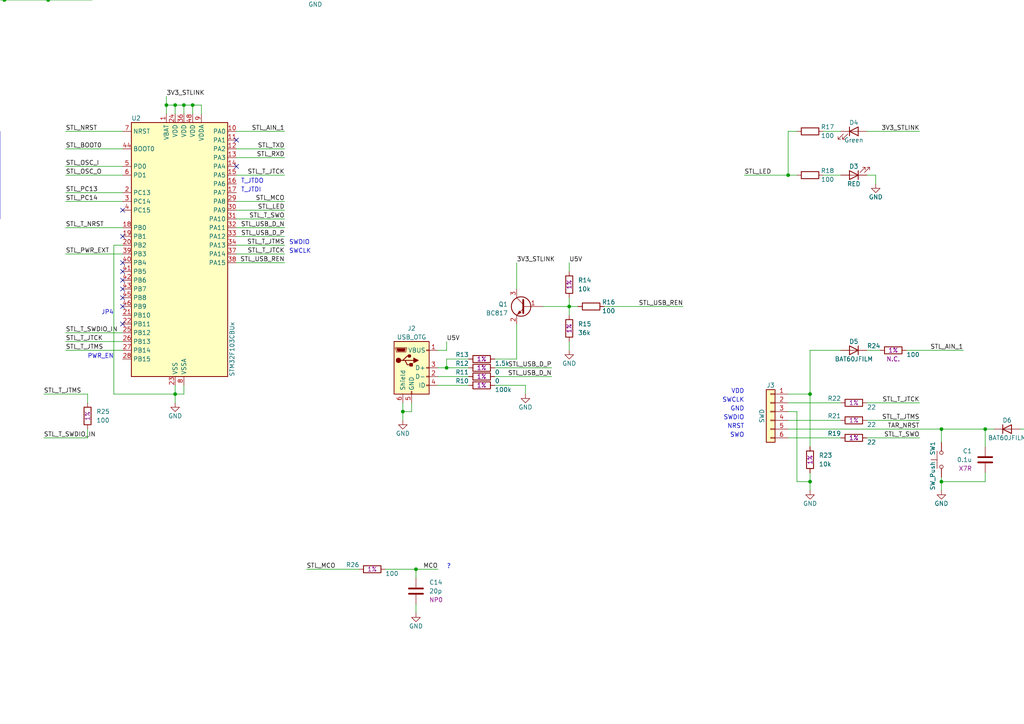
<source format=kicad_sch>
(kicad_sch (version 20230121) (generator eeschema)
  (paper "A4")
  (lib_symbols
    (symbol "Connector:USB_OTG" (pin_names (offset 1.016))
      (property "Reference" "J" (at -5.08 11.43 0))
      (property "Value" "USB_OTG" (at -5.08 8.89 0))
      (symbol "USB_OTG_0_1"
        (rectangle (start -5.08 -7.62) (end 5.08 7.62) (stroke (width 0.254)) (fill (type background)))
        (circle (center -3.81 2.159) (radius 0.635) (stroke (width 0.254)) (fill (type outline)))
        (circle (center -0.635 3.429) (radius 0.381) (stroke (width 0.254)) (fill (type outline)))
        (rectangle (start -0.127 -7.62) (end 0.127 -6.858))
        (polyline (pts (xy -1.905 2.159) (xy 0.635 2.159)) (stroke (width 0.254)))
        (polyline (pts (xy -3.175 2.159) (xy -2.54 2.159) (xy -1.27 3.429) (xy -0.635 3.429)) (stroke (width 0.254)))
        (polyline (pts (xy -2.54 2.159) (xy -1.905 2.159) (xy -1.27 0.889) (xy 0 0.889)) (stroke (width 0.254)))
        (polyline (pts (xy 0.635 2.794) (xy 0.635 1.524) (xy 1.905 2.159) (xy 0.635 2.794)) (stroke (width 0.254)) (fill (type outline)))
        (polyline (pts (xy -4.318 5.588) (xy -1.778 5.588) (xy -2.032 4.826) (xy -4.064 4.826) (xy -4.318 5.588)) (fill (type outline)))
        (polyline (pts (xy -4.699 5.842) (xy -4.699 5.588) (xy -4.445 4.826) (xy -4.445 4.572) (xy -1.651 4.572) (xy -1.651 4.826) (xy -1.397 5.588) (xy -1.397 5.842) (xy -4.699 5.842)))
        (rectangle (start 0.254 1.27) (end -0.508 0.508) (stroke (width 0.254)) (fill (type outline)))
        (rectangle (start 5.08 -5.207) (end 4.318 -4.953))
        (rectangle (start 5.08 -2.667) (end 4.318 -2.413))
        (rectangle (start 5.08 -0.127) (end 4.318 0.127))
        (rectangle (start 5.08 4.953) (end 4.318 5.207))
      )
      (symbol "USB_OTG_1_1"
        (pin passive line (at 7.62 5.08 180) (length 2.54) (name "VBUS") (number "1"))
        (pin bidirectional line (at 7.62 -2.54 180) (length 2.54) (name "D-") (number "2"))
        (pin bidirectional line (at 7.62 0 180) (length 2.54) (name "D+") (number "3"))
        (pin passive line (at 7.62 -5.08 180) (length 2.54) (name "ID") (number "4"))
        (pin passive line (at 0 -10.16 90) (length 2.54) (name "GND") (number "5"))
        (pin passive line (at -2.54 -10.16 90) (length 2.54) (name "Shield") (number "6"))
      )
    )
    (symbol "Connector_Generic:Conn_01x04" (pin_names (offset 1.016) hide)
      (property "Reference" "J" (at 0 5.08 0))
      (property "Value" "Conn_01x04" (at 0 -7.62 0))
      (symbol "Conn_01x04_1_1"
        (rectangle (start -1.27 -4.953) (end 0 -5.207) (stroke (width 0.1524)))
        (rectangle (start -1.27 -2.413) (end 0 -2.667) (stroke (width 0.1524)))
        (rectangle (start -1.27 0.127) (end 0 -0.127) (stroke (width 0.1524)))
        (rectangle (start -1.27 2.667) (end 0 2.413) (stroke (width 0.1524)))
        (rectangle (start -1.27 3.81) (end 1.27 -6.35) (stroke (width 0.254)) (fill (type background)))
        (pin passive line (at -5.08 2.54 0) (length 3.81) (name "Pin_1") (number "1"))
        (pin passive line (at -5.08 0 0) (length 3.81) (name "Pin_2") (number "2"))
        (pin passive line (at -5.08 -2.54 0) (length 3.81) (name "Pin_3") (number "3"))
        (pin passive line (at -5.08 -5.08 0) (length 3.81) (name "Pin_4") (number "4"))
      )
    )
    (symbol "Connector_Generic:Conn_01x06" (pin_names (offset 1.016) hide)
      (property "Reference" "J" (at 0 7.62 0))
      (property "Value" "Conn_01x06" (at 0 -10.16 0))
      (symbol "Conn_01x06_1_1"
        (rectangle (start -1.27 -7.493) (end 0 -7.747) (stroke (width 0.1524)))
        (rectangle (start -1.27 -4.953) (end 0 -5.207) (stroke (width 0.1524)))
        (rectangle (start -1.27 -2.413) (end 0 -2.667) (stroke (width 0.1524)))
        (rectangle (start -1.27 0.127) (end 0 -0.127) (stroke (width 0.1524)))
        (rectangle (start -1.27 2.667) (end 0 2.413) (stroke (width 0.1524)))
        (rectangle (start -1.27 5.207) (end 0 4.953) (stroke (width 0.1524)))
        (rectangle (start -1.27 6.35) (end 1.27 -8.89) (stroke (width 0.254)) (fill (type background)))
        (pin passive line (at -5.08 5.08 0) (length 3.81) (name "Pin_1") (number "1"))
        (pin passive line (at -5.08 2.54 0) (length 3.81) (name "Pin_2") (number "2"))
        (pin passive line (at -5.08 0 0) (length 3.81) (name "Pin_3") (number "3"))
        (pin passive line (at -5.08 -2.54 0) (length 3.81) (name "Pin_4") (number "4"))
        (pin passive line (at -5.08 -5.08 0) (length 3.81) (name "Pin_5") (number "5"))
        (pin passive line (at -5.08 -7.62 0) (length 3.81) (name "Pin_6") (number "6"))
      )
    )
    (symbol "Device:C" (pin_numbers hide) (pin_names (offset 0.254))
      (property "Reference" "C" (at 0.635 2.54 0))
      (property "Value" "C" (at 0.635 -2.54 0))
      (symbol "C_0_1"
        (polyline (pts (xy -2.032 -0.762) (xy 2.032 -0.762)) (stroke (width 0.508)))
        (polyline (pts (xy -2.032 0.762) (xy 2.032 0.762)) (stroke (width 0.508)))
      )
      (symbol "C_1_1"
        (pin passive line (at 0 3.81 270) (length 2.794) (name "~") (number "1"))
        (pin passive line (at 0 -3.81 90) (length 2.794) (name "~") (number "2"))
      )
    )
    (symbol "Device:Crystal_GND24" (pin_names (offset 1.016) hide)
      (property "Reference" "Y" (at 3.175 5.08 0))
      (property "Value" "Crystal_GND24" (at 3.175 3.175 0))
      (symbol "Crystal_GND24_0_1"
        (rectangle (start -1.143 2.54) (end 1.143 -2.54) (stroke (width 0.3048)))
        (polyline (pts (xy -2.54 0) (xy -2.032 0)))
        (polyline (pts (xy -2.032 -1.27) (xy -2.032 1.27)) (stroke (width 0.508)))
        (polyline (pts (xy 0 -3.81) (xy 0 -3.556)))
        (polyline (pts (xy 0 3.556) (xy 0 3.81)))
        (polyline (pts (xy 2.032 -1.27) (xy 2.032 1.27)) (stroke (width 0.508)))
        (polyline (pts (xy 2.032 0) (xy 2.54 0)))
        (polyline (pts (xy -2.54 -2.286) (xy -2.54 -3.556) (xy 2.54 -3.556) (xy 2.54 -2.286)))
        (polyline (pts (xy -2.54 2.286) (xy -2.54 3.556) (xy 2.54 3.556) (xy 2.54 2.286)))
      )
      (symbol "Crystal_GND24_1_1"
        (pin passive line (at -3.81 0 0) (length 1.27) (name "1") (number "1"))
        (pin passive line (at 0 5.08 270) (length 1.27) (name "2") (number "2"))
        (pin passive line (at 3.81 0 180) (length 1.27) (name "3") (number "3"))
        (pin passive line (at 0 -5.08 90) (length 1.27) (name "4") (number "4"))
      )
    )
    (symbol "Device:D" (pin_numbers hide) (pin_names (offset 1.016) hide)
      (property "Reference" "D" (at 0 2.54 0))
      (property "Value" "D" (at 0 -2.54 0))
      (symbol "D_0_1"
        (polyline (pts (xy -1.27 1.27) (xy -1.27 -1.27)) (stroke (width 0.254)))
        (polyline (pts (xy 1.27 0) (xy -1.27 0)))
        (polyline (pts (xy 1.27 1.27) (xy 1.27 -1.27) (xy -1.27 0) (xy 1.27 1.27)) (stroke (width 0.254)))
      )
      (symbol "D_1_1"
        (pin passive line (at -3.81 0 0) (length 2.54) (name "K") (number "1"))
        (pin passive line (at 3.81 0 180) (length 2.54) (name "A") (number "2"))
      )
    )
    (symbol "Device:LED" (pin_numbers hide) (pin_names (offset 1.016) hide)
      (property "Reference" "D" (at 0 2.54 0))
      (property "Value" "LED" (at 0 -2.54 0))
      (symbol "LED_0_1"
        (polyline (pts (xy -1.27 -1.27) (xy -1.27 1.27)) (stroke (width 0.254)))
        (polyline (pts (xy -1.27 0) (xy 1.27 0)))
        (polyline (pts (xy 1.27 -1.27) (xy 1.27 1.27) (xy -1.27 0) (xy 1.27 -1.27)) (stroke (width 0.254)))
        (polyline (pts (xy -3.048 -0.762) (xy -4.572 -2.286) (xy -3.81 -2.286) (xy -4.572 -2.286) (xy -4.572 -1.524)))
        (polyline (pts (xy -1.778 -0.762) (xy -3.302 -2.286) (xy -2.54 -2.286) (xy -3.302 -2.286) (xy -3.302 -1.524)))
      )
      (symbol "LED_1_1"
        (pin passive line (at -3.81 0 0) (length 2.54) (name "K") (number "1"))
        (pin passive line (at 3.81 0 180) (length 2.54) (name "A") (number "2"))
      )
    )
    (symbol "Device:R" (pin_numbers hide) (pin_names (offset 0))
      (property "Reference" "R" (at 2.032 0 90))
      (property "Value" "R" (at 0 0 90))
      (symbol "R_0_1"
        (rectangle (start -1.016 -2.54) (end 1.016 2.54) (stroke (width 0.254)))
      )
      (symbol "R_1_1"
        (pin passive line (at 0 3.81 270) (length 1.27) (name "~") (number "1"))
        (pin passive line (at 0 -3.81 90) (length 1.27) (name "~") (number "2"))
      )
    )
    (symbol "MCU_ST_STM32F1:STM32F103CBUx"
      (property "Reference" "U" (at -12.7 39.37 0))
      (property "Value" "STM32F103CBUx" (at 10.16 39.37 0))
      (symbol "STM32F103CBUx_0_1"
        (rectangle (start -12.7 -35.56) (end 15.24 38.1) (stroke (width 0.254)) (fill (type background)))
      )
      (symbol "STM32F103CBUx_1_1"
        (pin power_in line (at -2.54 40.64 270) (length 2.54) (name "VBAT") (number "1"))
        (pin bidirectional line (at 17.78 35.56 180) (length 2.54) (name "PA0") (number "10"))
        (pin bidirectional line (at 17.78 33.02 180) (length 2.54) (name "PA1") (number "11"))
        (pin bidirectional line (at 17.78 30.48 180) (length 2.54) (name "PA2") (number "12"))
        (pin bidirectional line (at 17.78 27.94 180) (length 2.54) (name "PA3") (number "13"))
        (pin bidirectional line (at 17.78 25.4 180) (length 2.54) (name "PA4") (number "14"))
        (pin bidirectional line (at 17.78 22.86 180) (length 2.54) (name "PA5") (number "15"))
        (pin bidirectional line (at 17.78 20.32 180) (length 2.54) (name "PA6") (number "16"))
        (pin bidirectional line (at 17.78 17.78 180) (length 2.54) (name "PA7") (number "17"))
        (pin bidirectional line (at -15.24 7.62 0) (length 2.54) (name "PB0") (number "18"))
        (pin bidirectional line (at -15.24 5.08 0) (length 2.54) (name "PB1") (number "19"))
        (pin bidirectional line (at -15.24 17.78 0) (length 2.54) (name "PC13") (number "2"))
        (pin bidirectional line (at -15.24 2.54 0) (length 2.54) (name "PB2") (number "20"))
        (pin bidirectional line (at -15.24 -17.78 0) (length 2.54) (name "PB10") (number "21"))
        (pin bidirectional line (at -15.24 -20.32 0) (length 2.54) (name "PB11") (number "22"))
        (pin power_in line (at 0 -38.1 90) (length 2.54) (name "VSS") (number "23"))
        (pin power_in line (at 0 40.64 270) (length 2.54) (name "VDD") (number "24"))
        (pin bidirectional line (at -15.24 -22.86 0) (length 2.54) (name "PB12") (number "25"))
        (pin bidirectional line (at -15.24 -25.4 0) (length 2.54) (name "PB13") (number "26"))
        (pin bidirectional line (at -15.24 -27.94 0) (length 2.54) (name "PB14") (number "27"))
        (pin bidirectional line (at -15.24 -30.48 0) (length 2.54) (name "PB15") (number "28"))
        (pin bidirectional line (at 17.78 15.24 180) (length 2.54) (name "PA8") (number "29"))
        (pin bidirectional line (at -15.24 15.24 0) (length 2.54) (name "PC14") (number "3"))
        (pin bidirectional line (at 17.78 12.7 180) (length 2.54) (name "PA9") (number "30"))
        (pin bidirectional line (at 17.78 10.16 180) (length 2.54) (name "PA10") (number "31"))
        (pin bidirectional line (at 17.78 7.62 180) (length 2.54) (name "PA11") (number "32"))
        (pin bidirectional line (at 17.78 5.08 180) (length 2.54) (name "PA12") (number "33"))
        (pin bidirectional line (at 17.78 2.54 180) (length 2.54) (name "PA13") (number "34"))
        (pin passive line (at 0 -38.1 90) (length 2.54) hide (name "VSS") (number "35"))
        (pin power_in line (at 2.54 40.64 270) (length 2.54) (name "VDD") (number "36"))
        (pin bidirectional line (at 17.78 0 180) (length 2.54) (name "PA14") (number "37"))
        (pin bidirectional line (at 17.78 -2.54 180) (length 2.54) (name "PA15") (number "38"))
        (pin bidirectional line (at -15.24 0 0) (length 2.54) (name "PB3") (number "39"))
        (pin bidirectional line (at -15.24 12.7 0) (length 2.54) (name "PC15") (number "4"))
        (pin bidirectional line (at -15.24 -2.54 0) (length 2.54) (name "PB4") (number "40"))
        (pin bidirectional line (at -15.24 -5.08 0) (length 2.54) (name "PB5") (number "41"))
        (pin bidirectional line (at -15.24 -7.62 0) (length 2.54) (name "PB6") (number "42"))
        (pin bidirectional line (at -15.24 -10.16 0) (length 2.54) (name "PB7") (number "43"))
        (pin input line (at -15.24 30.48 0) (length 2.54) (name "BOOT0") (number "44"))
        (pin bidirectional line (at -15.24 -12.7 0) (length 2.54) (name "PB8") (number "45"))
        (pin bidirectional line (at -15.24 -15.24 0) (length 2.54) (name "PB9") (number "46"))
        (pin passive line (at 0 -38.1 90) (length 2.54) hide (name "VSS") (number "47"))
        (pin power_in line (at 5.08 40.64 270) (length 2.54) (name "VDD") (number "48"))
        (pin passive line (at 0 -38.1 90) (length 2.54) hide (name "VSS") (number "49"))
        (pin bidirectional line (at -15.24 25.4 0) (length 2.54) (name "PD0") (number "5"))
        (pin bidirectional line (at -15.24 22.86 0) (length 2.54) (name "PD1") (number "6"))
        (pin input line (at -15.24 35.56 0) (length 2.54) (name "NRST") (number "7"))
        (pin power_in line (at 2.54 -38.1 90) (length 2.54) (name "VSSA") (number "8"))
        (pin power_in line (at 7.62 40.64 270) (length 2.54) (name "VDDA") (number "9"))
      )
    )
    (symbol "Regulator_Linear:LD3985M33R_SOT23" (pin_names (offset 0.254))
      (property "Reference" "U" (at -3.81 5.715 0))
      (property "Value" "LD3985M33R_SOT23" (at 0 5.715 0))
      (symbol "LD3985M33R_SOT23_0_1"
        (rectangle (start -5.08 4.445) (end 5.08 -5.08) (stroke (width 0.254)) (fill (type background)))
      )
      (symbol "LD3985M33R_SOT23_1_1"
        (pin power_in line (at -7.62 2.54 0) (length 2.54) (name "VIN") (number "1"))
        (pin power_in line (at 0 -7.62 90) (length 2.54) (name "GND") (number "2"))
        (pin input line (at -7.62 0 0) (length 2.54) (name "INH") (number "3"))
        (pin input line (at 7.62 0 180) (length 2.54) (name "BYP") (number "4"))
        (pin power_out line (at 7.62 2.54 180) (length 2.54) (name "VOUT") (number "5"))
      )
    )
    (symbol "Switch:SW_Push" (pin_numbers hide) (pin_names (offset 1.016) hide)
      (property "Reference" "SW" (at 1.27 2.54 0))
      (property "Value" "SW_Push" (at 0 -1.524 0))
      (symbol "SW_Push_0_1"
        (circle (center -2.032 0) (radius 0.508))
        (polyline (pts (xy 0 1.27) (xy 0 3.048)))
        (polyline (pts (xy 2.54 1.27) (xy -2.54 1.27)))
        (circle (center 2.032 0) (radius 0.508))
        (pin passive line (at -5.08 0 0) (length 2.54) (name "1") (number "1"))
        (pin passive line (at 5.08 0 180) (length 2.54) (name "2") (number "2"))
      )
    )
    (symbol "Transistor_BJT:BC817" (pin_names (offset 0) hide)
      (property "Reference" "Q" (at 5.08 1.905 0))
      (property "Value" "BC817" (at 5.08 0 0))
      (symbol "BC817_0_1"
        (polyline (pts (xy 0.635 0.635) (xy 2.54 2.54)))
        (polyline (pts (xy 0.635 -0.635) (xy 2.54 -2.54) (xy 2.54 -2.54)))
        (polyline (pts (xy 0.635 1.905) (xy 0.635 -1.905) (xy 0.635 -1.905)) (stroke (width 0.508)))
        (polyline (pts (xy 1.27 -1.778) (xy 1.778 -1.27) (xy 2.286 -2.286) (xy 1.27 -1.778) (xy 1.27 -1.778)) (fill (type outline)))
        (circle (center 1.27 0) (radius 2.8194) (stroke (width 0.254)))
      )
      (symbol "BC817_1_1"
        (pin input line (at -5.08 0 0) (length 5.715) (name "B") (number "1"))
        (pin passive line (at 2.54 -5.08 90) (length 2.54) (name "E") (number "2"))
        (pin passive line (at 2.54 5.08 270) (length 2.54) (name "C") (number "3"))
      )
    )
    (symbol "power:+3.3V" (power) (pin_names (offset 0))
      (property "Value" "+3.3V" (at 0 3.556 0))
      (symbol "+3.3V_0_1"
        (polyline (pts (xy -0.762 1.27) (xy 0 2.54)))
        (polyline (pts (xy 0 0) (xy 0 2.54)))
        (polyline (pts (xy 0 2.54) (xy 0.762 1.27)))
      )
      (symbol "+3.3V_1_1"
        (pin power_in line (at 0 0 90) (length 0) hide (name "+3.3V") (number "1"))
      )
    )
    (symbol "power:+5V" (power) (pin_names (offset 0))
      (property "Value" "+5V" (at 0 3.556 0))
      (symbol "+5V_0_1"
        (polyline (pts (xy -0.762 1.27) (xy 0 2.54)))
        (polyline (pts (xy 0 0) (xy 0 2.54)))
        (polyline (pts (xy 0 2.54) (xy 0.762 1.27)))
      )
      (symbol "+5V_1_1"
        (pin power_in line (at 0 0 90) (length 0) hide (name "+5V") (number "1"))
      )
    )
    (symbol "power:GND" (power) (pin_names (offset 0))
      (property "Value" "GND" (at 0 -3.81 0))
      (symbol "GND_0_1"
        (polyline (pts (xy 0 0) (xy 0 -1.27) (xy 1.27 -1.27) (xy 0 -2.54) (xy -1.27 -1.27) (xy 0 -1.27)))
      )
      (symbol "GND_1_1"
        (pin power_in line (at 0 0 270) (length 0) hide (name "GND") (number "1"))
      )
    )
  )
  (junction (at 228.6 50.8))
  (junction (at 234.95 114.3))
  (junction (at 245.11 -24.13))
  (junction (at 48.26 30.48))
  (junction (at 1.27 0))
  (junction (at -50.8 139.7))
  (junction (at 232.41 -24.13))
  (junction (at 165.1 88.9))
  (junction (at 213.36 -11.43))
  (junction (at 53.34 30.48))
  (junction (at 120.65 165.1))
  (junction (at -19.05 101.6))
  (junction (at 1.27 -12.7))
  (junction (at 273.05 139.7))
  (junction (at 273.05 124.46))
  (junction (at -19.05 93.98))
  (junction (at 13.97 0))
  (junction (at -25.4 139.7))
  (junction (at 232.41 -11.43))
  (junction (at 116.84 119.38))
  (junction (at 50.8 114.3))
  (junction (at -114.3 139.7))
  (junction (at 223.52 -11.43))
  (junction (at 55.88 30.48))
  (junction (at -11.43 0))
  (junction (at 203.2 -24.13))
  (junction (at 13.97 -12.7))
  (junction (at 194.31 -11.43))
  (junction (at 234.95 139.7))
  (junction (at 181.61 -24.13))
  (junction (at 285.75 124.46))
  (junction (at -12.7 88.9))
  (junction (at -25.4 88.9))
  (junction (at 194.31 -24.13))
  (junction (at 129.54 106.68))
  (junction (at -31.75 52.07))
  (junction (at 50.8 30.48))
  (no_connect (at 35.56 83.82))
  (no_connect (at 68.58 40.64))
  (no_connect (at 35.56 78.74))
  (no_connect (at 35.56 76.2))
  (no_connect (at 35.56 86.36))
  (no_connect (at 35.56 81.28))
  (no_connect (at 35.56 88.9))
  (no_connect (at 35.56 93.98))
  (no_connect (at 35.56 60.96))
  (no_connect (at 68.58 48.26))
  (no_connect (at 35.56 68.58))
  (wire (pts (xy 194.31 -24.13) (xy 203.2 -24.13)))
  (wire (pts (xy -38.1 139.7) (xy -25.4 139.7)))
  (wire (pts (xy -25.4 99.06) (xy -25.4 101.6)))
  (wire (pts (xy 68.58 71.12) (xy 82.55 71.12)))
  (wire (pts (xy 194.31 -11.43) (xy 181.61 -11.43)))
  (wire (pts (xy 245.11 -21.59) (xy 245.11 -24.13)))
  (wire (pts (xy 19.05 101.6) (xy 35.56 101.6)))
  (wire (pts (xy 111.76 165.1) (xy 120.65 165.1)))
  (wire (pts (xy -25.4 88.9) (xy -25.4 82.55)))
  (wire (pts (xy 26.67 0) (xy 13.97 0)))
  (wire (pts (xy 13.97 -12.7) (xy 26.67 -12.7)))
  (wire (pts (xy 213.36 -13.97) (xy 213.36 -11.43)))
  (wire (pts (xy -50.8 127) (xy -50.8 129.54)))
  (wire (pts (xy 116.84 116.84) (xy 116.84 119.38)))
  (wire (pts (xy 19.05 99.06) (xy 35.56 99.06)))
  (wire (pts (xy 181.61 -24.13) (xy 181.61 -21.59)))
  (wire (pts (xy -63.5 139.7) (xy -50.8 139.7)))
  (wire (pts (xy 232.41 -11.43) (xy 223.52 -11.43)))
  (wire (pts (xy 50.8 30.48) (xy 53.34 30.48)))
  (wire (pts (xy 13.97 -12.7) (xy 13.97 -10.16)))
  (wire (pts (xy 127 106.68) (xy 129.54 106.68)))
  (wire (pts (xy 88.9 -12.7) (xy 91.44 -12.7)))
  (wire (pts (xy -11.43 -12.7) (xy 1.27 -12.7)))
  (wire (pts (xy 181.61 -24.13) (xy 194.31 -24.13)))
  (wire (pts (xy 223.52 -11.43) (xy 213.36 -11.43)))
  (wire (pts (xy -25.4 101.6) (xy -19.05 101.6)))
  (wire (pts (xy -21.59 52.07) (xy -6.35 52.07)))
  (wire (pts (xy 234.95 114.3) (xy 228.6 114.3)))
  (wire (pts (xy 88.9 165.1) (xy 104.14 165.1)))
  (wire (pts (xy 19.05 48.26) (xy 35.56 48.26)))
  (wire (pts (xy -11.43 -2.54) (xy -11.43 0)))
  (wire (pts (xy -12.7 99.06) (xy -12.7 101.6)))
  (wire (pts (xy 213.36 -11.43) (xy 213.36 -8.89)))
  (wire (pts (xy 19.05 55.88) (xy 35.56 55.88)))
  (wire (pts (xy 165.1 88.9) (xy 165.1 91.44)))
  (wire (pts (xy 228.6 121.92) (xy 243.84 121.92)))
  (wire (pts (xy 285.75 139.7) (xy 273.05 139.7)))
  (wire (pts (xy 149.86 104.14) (xy 143.51 104.14)))
  (wire (pts (xy 285.75 124.46) (xy 288.29 124.46)))
  (wire (pts (xy 19.05 73.66) (xy 35.56 73.66)))
  (wire (pts (xy 254 50.8) (xy 254 53.34)))
  (wire (pts (xy -114.3 127) (xy -114.3 129.54)))
  (wire (pts (xy 88.9 -10.16) (xy 101.6 -10.16)))
  (wire (pts (xy 251.46 116.84) (xy 266.7 116.84)))
  (wire (pts (xy -12.7 88.9) (xy -15.24 88.9)))
  (wire (pts (xy 19.05 96.52) (xy 35.56 96.52)))
  (wire (pts (xy 285.75 137.16) (xy 285.75 139.7)))
  (wire (pts (xy -19.05 101.6) (xy -12.7 101.6)))
  (wire (pts (xy 232.41 -13.97) (xy 232.41 -11.43)))
  (wire (pts (xy 19.05 58.42) (xy 35.56 58.42)))
  (wire (pts (xy 119.38 116.84) (xy 119.38 119.38)))
  (wire (pts (xy 273.05 124.46) (xy 285.75 124.46)))
  (wire (pts (xy 220.98 -21.59) (xy 223.52 -21.59)))
  (wire (pts (xy 35.56 71.12) (xy 33.02 71.12)))
  (wire (pts (xy 68.58 58.42) (xy 82.55 58.42)))
  (wire (pts (xy 88.9 -5.08) (xy 91.44 -5.08)))
  (wire (pts (xy 68.58 43.18) (xy 82.55 43.18)))
  (wire (pts (xy 33.02 71.12) (xy 33.02 114.3)))
  (wire (pts (xy 273.05 139.7) (xy 273.05 138.43)))
  (wire (pts (xy 181.61 -11.43) (xy 181.61 -13.97)))
  (wire (pts (xy 68.58 63.5) (xy 82.55 63.5)))
  (wire (pts (xy 1.27 -12.7) (xy 1.27 -10.16)))
  (wire (pts (xy 19.05 43.18) (xy 35.56 43.18)))
  (wire (pts (xy 234.95 137.16) (xy 234.95 139.7)))
  (wire (pts (xy -76.2 127) (xy -76.2 129.54)))
  (wire (pts (xy -11.43 -10.16) (xy -11.43 -12.7)))
  (wire (pts (xy 19.05 50.8) (xy 35.56 50.8)))
  (wire (pts (xy 234.95 139.7) (xy 231.14 139.7)))
  (wire (pts (xy 238.76 50.8) (xy 243.84 50.8)))
  (wire (pts (xy 149.86 76.2) (xy 149.86 83.82)))
  (wire (pts (xy -38.1 82.55) (xy -25.4 82.55)))
  (wire (pts (xy 165.1 99.06) (xy 165.1 101.6)))
  (wire (pts (xy -19.05 101.6) (xy -19.05 104.14)))
  (wire (pts (xy 295.91 124.46) (xy 300.99 124.46)))
  (wire (pts (xy 26.67 -12.7) (xy 26.67 -10.16)))
  (wire (pts (xy 245.11 -24.13) (xy 257.81 -24.13)))
  (wire (pts (xy -31.75 45.72) (xy -31.75 52.07)))
  (wire (pts (xy 273.05 128.27) (xy 273.05 124.46)))
  (wire (pts (xy 251.46 50.8) (xy 254 50.8)))
  (wire (pts (xy -114.3 137.16) (xy -114.3 139.7)))
  (wire (pts (xy 129.54 104.14) (xy 129.54 106.68)))
  (wire (pts (xy -114.3 149.86) (xy -114.3 152.4)))
  (wire (pts (xy -12.7 88.9) (xy -12.7 76.2)))
  (wire (pts (xy 165.1 76.2) (xy 165.1 78.74)))
  (wire (pts (xy 251.46 127) (xy 266.7 127)))
  (wire (pts (xy 120.65 165.1) (xy 127 165.1)))
  (wire (pts (xy 12.7 127) (xy 25.4 127)))
  (wire (pts (xy 165.1 88.9) (xy 167.64 88.9)))
  (wire (pts (xy 19.05 38.1) (xy 35.56 38.1)))
  (wire (pts (xy -25.4 127) (xy -25.4 129.54)))
  (wire (pts (xy -25.4 149.86) (xy -25.4 152.4)))
  (wire (pts (xy 48.26 30.48) (xy 48.26 33.02)))
  (wire (pts (xy 48.26 27.94) (xy 48.26 30.48)))
  (wire (pts (xy -38.1 76.2) (xy -12.7 76.2)))
  (wire (pts (xy 238.76 38.1) (xy 243.84 38.1)))
  (wire (pts (xy 68.58 66.04) (xy 82.55 66.04)))
  (wire (pts (xy 251.46 121.92) (xy 266.7 121.92)))
  (wire (pts (xy 120.65 175.26) (xy 120.65 177.8)))
  (wire (pts (xy 1.27 -2.54) (xy 1.27 0)))
  (wire (pts (xy -88.9 127) (xy -76.2 127)))
  (wire (pts (xy 119.38 119.38) (xy 116.84 119.38)))
  (wire (pts (xy 194.31 -21.59) (xy 194.31 -24.13)))
  (wire (pts (xy 181.61 -24.13) (xy 179.07 -24.13)))
  (wire (pts (xy 53.34 30.48) (xy 53.34 33.02)))
  (wire (pts (xy 215.9 50.8) (xy 228.6 50.8)))
  (wire (pts (xy 223.52 -13.97) (xy 223.52 -11.43)))
  (wire (pts (xy 228.6 116.84) (xy 243.84 116.84)))
  (wire (pts (xy 25.4 114.3) (xy 12.7 114.3)))
  (wire (pts (xy -31.75 52.07) (xy -29.21 52.07)))
  (wire (pts (xy 50.8 114.3) (xy 50.8 116.84)))
  (wire (pts (xy 135.89 104.14) (xy 129.54 104.14)))
  (wire (pts (xy 88.9 -7.62) (xy 101.6 -7.62)))
  (wire (pts (xy 53.34 114.3) (xy 50.8 114.3)))
  (wire (pts (xy 228.6 38.1) (xy 228.6 50.8)))
  (wire (pts (xy 25.4 124.46) (xy 25.4 127)))
  (wire (pts (xy 120.65 165.1) (xy 120.65 167.64)))
  (wire (pts (xy -25.4 91.44) (xy -25.4 88.9)))
  (wire (pts (xy 127 101.6) (xy 129.54 101.6)))
  (wire (pts (xy 55.88 30.48) (xy 53.34 30.48)))
  (wire (pts (xy 68.58 45.72) (xy 82.55 45.72)))
  (wire (pts (xy 127 109.22) (xy 135.89 109.22)))
  (wire (pts (xy 143.51 111.76) (xy 152.4 111.76)))
  (wire (pts (xy 228.6 50.8) (xy 231.14 50.8)))
  (wire (pts (xy 205.74 -21.59) (xy 203.2 -21.59)))
  (wire (pts (xy -29.21 45.72) (xy -31.75 45.72)))
  (wire (pts (xy -19.05 93.98) (xy -19.05 101.6)))
  (wire (pts (xy -12.7 91.44) (xy -12.7 88.9)))
  (wire (pts (xy 143.51 106.68) (xy 160.02 106.68)))
  (wire (pts (xy 68.58 68.58) (xy 82.55 68.58)))
  (wire (pts (xy 231.14 119.38) (xy 231.14 139.7)))
  (wire (pts (xy 116.84 119.38) (xy 116.84 121.92)))
  (wire (pts (xy 1.27 0) (xy -11.43 0)))
  (wire (pts (xy -11.43 0) (xy -11.43 2.54)))
  (wire (pts (xy 25.4 116.84) (xy 25.4 114.3)))
  (wire (pts (xy 330.2 124.46) (xy 308.61 124.46)))
  (wire (pts (xy -50.8 139.7) (xy -50.8 142.24)))
  (wire (pts (xy 285.75 129.54) (xy 285.75 124.46)))
  (wire (pts (xy 53.34 111.76) (xy 53.34 114.3)))
  (wire (pts (xy 232.41 -24.13) (xy 245.11 -24.13)))
  (wire (pts (xy -50.8 137.16) (xy -50.8 139.7)))
  (wire (pts (xy 181.61 -36.83) (xy 181.61 -24.13)))
  (wire (pts (xy 234.95 129.54) (xy 234.95 114.3)))
  (wire (pts (xy 220.98 -24.13) (xy 232.41 -24.13)))
  (wire (pts (xy 194.31 -11.43) (xy 194.31 -13.97)))
  (wire (pts (xy -25.4 137.16) (xy -25.4 139.7)))
  (wire (pts (xy 68.58 38.1) (xy 82.55 38.1)))
  (wire (pts (xy 13.97 -2.54) (xy 13.97 0)))
  (wire (pts (xy 143.51 109.22) (xy 160.02 109.22)))
  (wire (pts (xy -21.59 45.72) (xy -6.35 45.72)))
  (wire (pts (xy 91.44 -5.08) (xy 91.44 -2.54)))
  (wire (pts (xy 1.27 -12.7) (xy 13.97 -12.7)))
  (wire (pts (xy 162.56 -36.83) (xy 171.45 -36.83)))
  (wire (pts (xy 179.07 -36.83) (xy 181.61 -36.83)))
  (wire (pts (xy 129.54 106.68) (xy 135.89 106.68)))
  (wire (pts (xy 26.67 -2.54) (xy 26.67 0)))
  (wire (pts (xy 152.4 111.76) (xy 152.4 114.3)))
  (wire (pts (xy 228.6 119.38) (xy 231.14 119.38)))
  (wire (pts (xy -25.4 88.9) (xy -22.86 88.9)))
  (wire (pts (xy 129.54 99.06) (xy 129.54 101.6)))
  (wire (pts (xy 68.58 60.96) (xy 82.55 60.96)))
  (wire (pts (xy 50.8 33.02) (xy 50.8 30.48)))
  (wire (pts (xy -50.8 149.86) (xy -50.8 152.4)))
  (wire (pts (xy 48.26 30.48) (xy 50.8 30.48)))
  (wire (pts (xy -76.2 137.16) (xy -76.2 139.7)))
  (wire (pts (xy 58.42 33.02) (xy 58.42 30.48)))
  (wire (pts (xy 55.88 33.02) (xy 55.88 30.48)))
  (wire (pts (xy 245.11 -11.43) (xy 232.41 -11.43)))
  (wire (pts (xy 91.44 -15.24) (xy 91.44 -12.7)))
  (wire (pts (xy 203.2 -21.59) (xy 203.2 -24.13)))
  (wire (pts (xy 228.6 127) (xy 243.84 127)))
  (wire (pts (xy 231.14 38.1) (xy 228.6 38.1)))
  (wire (pts (xy 149.86 93.98) (xy 149.86 104.14)))
  (wire (pts (xy 68.58 73.66) (xy 82.55 73.66)))
  (wire (pts (xy 251.46 38.1) (xy 266.7 38.1)))
  (wire (pts (xy 251.46 101.6) (xy 255.27 101.6)))
  (wire (pts (xy -127 139.7) (xy -114.3 139.7)))
  (wire (pts (xy 273.05 139.7) (xy 273.05 142.24)))
  (wire (pts (xy 262.89 101.6) (xy 279.4 101.6)))
  (wire (pts (xy 157.48 88.9) (xy 165.1 88.9)))
  (wire (pts (xy -31.75 52.07) (xy -31.75 54.61)))
  (wire (pts (xy 273.05 124.46) (xy 228.6 124.46)))
  (wire (pts (xy 234.95 101.6) (xy 234.95 114.3)))
  (wire (pts (xy 165.1 86.36) (xy 165.1 88.9)))
  (wire (pts (xy 245.11 -13.97) (xy 245.11 -11.43)))
  (wire (pts (xy -114.3 139.7) (xy -114.3 142.24)))
  (wire (pts (xy 243.84 101.6) (xy 234.95 101.6)))
  (wire (pts (xy 50.8 111.76) (xy 50.8 114.3)))
  (wire (pts (xy 68.58 50.8) (xy 82.55 50.8)))
  (wire (pts (xy -19.05 83.82) (xy -19.05 93.98)))
  (wire (pts (xy 68.58 76.2) (xy 82.55 76.2)))
  (wire (pts (xy -25.4 139.7) (xy -25.4 142.24)))
  (wire (pts (xy 175.26 88.9) (xy 198.12 88.9)))
  (wire (pts (xy 232.41 -21.59) (xy 232.41 -24.13)))
  (wire (pts (xy 33.02 114.3) (xy 50.8 114.3)))
  (wire (pts (xy 58.42 30.48) (xy 55.88 30.48)))
  (wire (pts (xy 127 111.76) (xy 135.89 111.76)))
  (wire (pts (xy 213.36 -11.43) (xy 194.31 -11.43)))
  (wire (pts (xy 203.2 -24.13) (xy 205.74 -24.13)))
  (wire (pts (xy 162.56 -24.13) (xy 171.45 -24.13)))
  (wire (pts (xy 234.95 139.7) (xy 234.95 142.24)))
  (wire (pts (xy 19.05 66.04) (xy 35.56 66.04)))
  (wire (pts (xy 13.97 0) (xy 1.27 0)))
  (rectangle (start -38.1 38.1) (end 0 63.5))
  (text "JP4" (at 33.02 91.44 0) (effects (font (size 1.27 1.27)) (justify right bottom)))
  (text "SWDIO" (at 215.9 121.92 0) (effects (font (size 1.27 1.27)) (justify right bottom)))
  (text "SWO" (at 215.9 127 0) (effects (font (size 1.27 1.27)) (justify right bottom)))
  (text "SWCLK" (at 83.82 73.66 0) (effects (font (size 1.27 1.27)) (justify left bottom)))
  (text "?" (at -113.03 128.27 0) (effects (font (size 1.27 1.27)) (justify left bottom)))
  (text "Board Ident: PC13 = 0" (at -36.83 62.23 0) (effects (font (size 1.27 1.27)) (justify left bottom)))
  (text "GND" (at 215.9 119.38 0) (effects (font (size 1.27 1.27)) (justify right bottom)))
  (text "VDD" (at 215.9 114.3 0) (effects (font (size 1.27 1.27)) (justify right bottom)))
  (text "SWCLK" (at 215.9 116.84 0) (effects (font (size 1.27 1.27)) (justify right bottom)))
  (text "T_JTDI" (at 69.85 55.88 0) (effects (font (size 1.27 1.27)) (justify left bottom)))
  (text "PWR_EN" (at 33.02 104.14 0) (effects (font (size 1.27 1.27)) (justify right bottom)))
  (text "?" (at -24.13 128.27 0) (effects (font (size 1.27 1.27)) (justify left bottom)))
  (text "NRST" (at 215.9 124.46 0) (effects (font (size 1.27 1.27)) (justify right bottom)))
  (text "?" (at 129.54 165.1 0) (effects (font (size 1.27 1.27)) (justify left bottom)))
  (text "SWDIO" (at 83.82 71.12 0) (effects (font (size 1.27 1.27)) (justify left bottom)))
  (text "T_JTDO" (at 69.85 53.34 0) (effects (font (size 1.27 1.27)) (justify left bottom)))
  (label "STL_T_JTMS" (at 82.55 71.12 180))
  (label "STL_OSC_I" (at 19.05 48.26 0))
  (label "STL_T_SWO" (at 266.7 127 180))
  (label "3V3_STLINK" (at 257.81 -24.13 180))
  (label "STL_T_JTMS" (at 266.7 121.92 180))
  (label "3V3_STLINK" (at 48.26 27.94 0))
  (label "TAR_NRST" (at 266.7 124.46 180))
  (label "MCO" (at 127 165.1 180))
  (label "3V3_STLINK" (at 26.67 -12.7 180))
  (label "STL_USB_REN" (at 82.55 76.2 180))
  (label "STL_PWR_EXT" (at -127 139.7 0))
  (label "STL_USB_D_N" (at 160.02 109.22 180))
  (label "STL_NRST" (at 19.05 38.1 0))
  (label "STL_RXD" (at 101.6 -7.62 180))
  (label "U5V" (at 162.56 -36.83 0))
  (label "STL_T_JTMS" (at 19.05 101.6 0))
  (label "E5V" (at 162.56 -24.13 0))
  (label "E5V" (at -111.76 125.73 0))
  (label "STL_USB_D_P" (at 160.02 106.68 180))
  (label "U5V" (at 165.1 76.2 0))
  (label "STL_RXD" (at 82.55 45.72 180))
  (label "STL_PC14" (at -6.35 52.07 180))
  (label "STL_OSC_O" (at -38.1 82.55 0))
  (label "STL_T_JTCK" (at 82.55 73.66 180))
  (label "STL_PC13" (at 19.05 55.88 0))
  (label "STL_TXD" (at 82.55 43.18 180))
  (label "3V3_STLINK" (at 149.86 76.2 0))
  (label "STL_T_SWDIO_IN" (at 19.05 96.52 0))
  (label "STL_T_JTCK" (at 266.7 116.84 180))
  (label "STL_LED" (at 215.9 50.8 0))
  (label "STL_T_NRST" (at 330.2 124.46 180))
  (label "STL_T_SWO" (at 82.55 63.5 180))
  (label "STL_NRST" (at -63.5 139.7 0))
  (label "STL_AIN_1" (at 279.4 101.6 180))
  (label "STL_USB_REN" (at 198.12 88.9 180))
  (label "3V3_STLINK" (at 266.7 38.1 180))
  (label "STL_PWR_EXT" (at 19.05 73.66 0))
  (label "STL_PC14" (at 19.05 58.42 0))
  (label "STL_PC13" (at -6.35 45.72 180))
  (label "STL_T_JTCK" (at 82.55 50.8 180))
  (label "3V3_STLINK" (at -50.8 127 180))
  (label "STL_OSC_O" (at 19.05 50.8 0))
  (label "STL_T_NRST" (at 19.05 66.04 0))
  (label "STL_OSC_I" (at -38.1 76.2 0))
  (label "STL_LED" (at 82.55 60.96 180))
  (label "STL_T_JTMS" (at 12.7 114.3 0))
  (label "STL_MCO" (at 88.9 165.1 0))
  (label "STL_USB_D_N" (at 82.55 66.04 180))
  (label "STL_T_SWDIO_IN" (at 12.7 127 0))
  (label "STL_AIN_1" (at 82.55 38.1 180))
  (label "U5V" (at 129.54 99.06 0))
  (label "STL_USB_D_P" (at 82.55 68.58 180))
  (label "STL_AIN_1" (at -38.1 139.7 0))
  (label "STL_TXD" (at 101.6 -10.16 180))
  (label "STL_MCO" (at 82.55 58.42 180))
  (label "STL_BOOT0" (at -88.9 127 0))
  (label "STL_BOOT0" (at 19.05 43.18 0))
  (label "STL_T_JTCK" (at 19.05 99.06 0))
  (symbol (lib_id "Device:LED") (at 247.65 38.1 0) (unit 1)
    (property "Reference" "D4" (at 247.65 35.56 0))
    (property "Value" "Green" (at 247.65 40.64 0))
  )
  (symbol (lib_id "power:GND") (at 116.84 121.92 0) (unit 1)
    (property "Reference" "#PWR013" (effects hide))
    (property "Value" "GND" (at 116.84 125.73 0))
  )
  (symbol (lib_id "Device:R") (at 139.7 111.76 90) (unit 1)
    (property "Reference" "R10" (at 132.08 110.49 90) (effects (justify right)))
    (property "Value" "100k" (at 143.51 113.03 90) (effects (justify right)))
    (property "Coefficient" "1%" (at 139.7 111.76 90))
  )
  (symbol (lib_id "Device:R") (at -114.3 133.35 0) (unit 1)
    (property "Reference" "R8" (at -111.76 132.08 0) (effects (justify left)))
    (property "Value" "2.7k" (at -111.76 134.62 0) (effects (justify left)))
    (property "Coefficient" "1%" (at -114.3 133.35 90))
  )
  (symbol (lib_id "Device:R") (at 234.95 50.8 90) (unit 1)
    (property "Reference" "R18" (at 240.03 49.53 90))
    (property "Value" "100" (at 240.03 52.07 90))
  )
  (symbol (lib_id "Device:R") (at 234.95 38.1 90) (unit 1)
    (property "Reference" "R17" (at 240.03 36.83 90))
    (property "Value" "100" (at 240.03 39.37 90))
  )
  (symbol (lib_id "Device:R") (at 234.95 133.35 0) (unit 1)
    (property "Reference" "R23" (at 237.49 132.08 0) (effects (justify left)))
    (property "Value" "10k" (at 237.49 134.62 0) (effects (justify left)))
    (property "Coefficient" "1%" (at 234.95 133.35 90))
  )
  (symbol (lib_id "Device:C") (at 194.31 -17.78 0) (unit 1)
    (property "Reference" "C10" (at 198.12 -20.32 0) (effects (justify left)))
    (property "Value" "0.1u" (at 198.12 -17.78 0) (effects (justify left)))
    (property "Footprint" "Capacitor_SMD:C_0402_1005Metric" (effects hide))
    (property "Coefficient" "X7R" (at 198.12 -15.24 0) (effects (justify left)))
    (property "Voltage" "50V" (effects hide))
    (property "Part number" "CC0603KRX7R9BB104" (effects hide))
    (property "lcsc" "C14663" (effects hide))
  )
  (symbol (lib_id "power:GND") (at 120.65 177.8 0) (unit 1)
    (property "Reference" "#PWR019" (effects hide))
    (property "Value" "GND" (at 120.65 181.61 0))
  )
  (symbol (lib_id "Device:C") (at 26.67 -6.35 0) (unit 1)
    (property "Reference" "C5" (at 30.48 -8.89 0) (effects (justify left)))
    (property "Value" "0.1u" (at 30.48 -6.35 0) (effects (justify left)))
    (property "Footprint" "Capacitor_SMD:C_0402_1005Metric" (effects hide))
    (property "Coefficient" "X7R" (at 30.48 -3.81 0) (effects (justify left)))
    (property "Voltage" "50V" (effects hide))
    (property "Part number" "CC0603KRX7R9BB104" (effects hide))
    (property "lcsc" "C14663" (effects hide))
  )
  (symbol (lib_id "power:GND") (at -19.05 104.14 0) (unit 1)
    (property "Reference" "#PWR05" (effects hide))
    (property "Value" "GND" (at -19.05 107.95 0))
  )
  (symbol (lib_id "power:GND") (at 165.1 101.6 0) (unit 1)
    (property "Reference" "#PWR015" (effects hide))
    (property "Value" "GND" (at 165.1 105.41 0))
  )
  (symbol (lib_id "power:GND") (at -50.8 152.4 0) (unit 1)
    (property "Reference" "#PWR06" (effects hide))
    (property "Value" "GND" (at -50.8 156.21 0))
  )
  (symbol (lib_id "Switch:SW_Push") (at 273.05 133.35 90) (mirror x) (unit 1)
    (property "Reference" "SW1" (at 270.51 132.08 0) (effects (justify right)))
    (property "Value" "SW_Push" (at 270.51 142.24 0) (effects (justify right)))
  )
  (symbol (lib_id "Device:R") (at -50.8 133.35 0) (unit 1)
    (property "Reference" "R4" (at -48.26 132.08 0) (effects (justify left)))
    (property "Value" "100k" (at -48.26 134.62 0) (effects (justify left)))
    (property "Coefficient" "1%" (at -50.8 133.35 90))
  )
  (symbol (lib_id "power:GND") (at -76.2 139.7 0) (unit 1)
    (property "Reference" "#PWR09" (effects hide))
    (property "Value" "GND" (at -76.2 143.51 0))
  )
  (symbol (lib_id "power:GND") (at 254 53.34 0) (unit 1)
    (property "Reference" "#PWR017" (effects hide))
    (property "Value" "GND" (at 254 57.15 0))
  )
  (symbol (lib_id "Device:C") (at -12.7 95.25 0) (unit 1)
    (property "Reference" "C6" (at -8.89 92.71 0) (effects (justify left)))
    (property "Value" "20p" (at -8.89 95.25 0) (effects (justify left)))
    (property "Coefficient" "NP0" (at -8.89 97.79 0) (effects (justify left)))
  )
  (symbol (lib_id "Device:R") (at -25.4 45.72 90) (unit 1)
    (property "Reference" "R2" (at -20.32 44.45 90))
    (property "Value" "10k" (at -20.32 46.99 90))
  )
  (symbol (lib_id "Device:R") (at 247.65 116.84 90) (unit 1)
    (property "Reference" "R22" (at 240.03 115.57 90) (effects (justify right)))
    (property "Value" "22" (at 251.46 118.11 90) (effects (justify right)))
    (property "Coefficient" "1%" (at 247.65 116.84 90))
  )
  (symbol (lib_id "Device:D") (at 247.65 101.6 180) (unit 1)
    (property "Reference" "D5" (at 247.65 99.06 0))
    (property "Value" "BAT60JFILM" (at 247.65 104.14 0))
    (property "Sim.Device" "D" (effects hide))
    (property "Sim.Pins" "1=K 2=A" (effects hide))
  )
  (symbol (lib_id "power:GND") (at 273.05 142.24 0) (mirror y) (unit 1)
    (property "Reference" "#PWR020" (effects hide))
    (property "Value" "GND" (at 273.05 146.05 0))
  )
  (symbol (lib_id "Device:R") (at 107.95 165.1 90) (unit 1)
    (property "Reference" "R26" (at 100.33 163.83 90) (effects (justify right)))
    (property "Value" "100" (at 111.76 166.37 90) (effects (justify right)))
    (property "Coefficient" "1%" (at 107.95 165.1 90))
  )
  (symbol (lib_id "Device:R") (at -25.4 52.07 90) (unit 1) (in_bom no)
    (property "Reference" "R3" (at -20.32 50.8 90))
    (property "Value" "10k" (at -20.32 53.34 90))
    (property "Comment" "N.C." (at -25.4 52.07 90))
  )
  (symbol (lib_id "Device:C") (at 1.27 -6.35 0) (unit 1)
    (property "Reference" "C3" (at 5.08 -8.89 0) (effects (justify left)))
    (property "Value" "0.1u" (at 5.08 -6.35 0) (effects (justify left)))
    (property "Footprint" "Capacitor_SMD:C_0402_1005Metric" (effects hide))
    (property "Coefficient" "X7R" (at 5.08 -3.81 0) (effects (justify left)))
    (property "Voltage" "50V" (effects hide))
    (property "Part number" "CC0603KRX7R9BB104" (effects hide))
    (property "lcsc" "C14663" (effects hide))
  )
  (symbol (lib_id "Device:R") (at -114.3 146.05 0) (unit 1)
    (property "Reference" "R9" (at -111.76 144.78 0) (effects (justify left)))
    (property "Value" "4.7k" (at -111.76 147.32 0) (effects (justify left)))
    (property "Coefficient" "1%" (at -114.3 146.05 90))
  )
  (symbol (lib_id "Transistor_BJT:BC817") (at 152.4 88.9 0) (mirror y) (unit 1)
    (property "Reference" "Q1" (at 147.32 88.265 0) (effects (justify left)))
    (property "Value" "BC817" (at 147.32 90.805 0) (effects (justify left)))
    (property "Footprint" "Package_TO_SOT_SMD:SOT-23" (effects hide))
    (property "Datasheet" "https://www.onsemi.com/pub/Collateral/BC818-D.pdf" (effects hide))
  )
  (symbol (lib_id "power:GND") (at -11.43 2.54 0) (unit 1)
    (property "Reference" "#PWR02" (effects hide))
    (property "Value" "GND" (at -11.43 6.35 0))
  )
  (symbol (lib_id "Device:R") (at 171.45 88.9 90) (unit 1)
    (property "Reference" "R16" (at 176.53 87.63 90))
    (property "Value" "100" (at 176.53 90.17 90))
  )
  (symbol (lib_id "Device:R") (at 259.08 101.6 90) (unit 1) (in_bom no)
    (property "Reference" "R24" (at 251.46 100.33 90) (effects (justify right)))
    (property "Value" "100" (at 262.89 102.87 90) (effects (justify right)))
    (property "Coefficient" "1%" (at 259.08 101.6 90))
    (property "Comment" "N.C." (at 259.08 104.14 90))
  )
  (symbol (lib_id "Device:R") (at -25.4 146.05 0) (unit 1)
    (property "Reference" "R6" (at -22.86 144.78 0) (effects (justify left)))
    (property "Value" "4.7k" (at -22.86 147.32 0) (effects (justify left)))
    (property "Coefficient" "1%" (at -25.4 146.05 90))
  )
  (symbol (lib_id "Device:Crystal_GND24") (at -19.05 88.9 0) (unit 1)
    (property "Reference" "Y2" (at -16.51 83.82 0))
    (property "Value" "8MHz" (at -22.86 92.71 90))
  )
  (symbol (lib_id "Device:C") (at 13.97 -6.35 0) (unit 1)
    (property "Reference" "C4" (at 17.78 -8.89 0) (effects (justify left)))
    (property "Value" "0.1u" (at 17.78 -6.35 0) (effects (justify left)))
    (property "Footprint" "Capacitor_SMD:C_0402_1005Metric" (effects hide))
    (property "Coefficient" "X7R" (at 17.78 -3.81 0) (effects (justify left)))
    (property "Voltage" "50V" (effects hide))
    (property "Part number" "CC0603KRX7R9BB104" (effects hide))
    (property "lcsc" "C14663" (effects hide))
  )
  (symbol (lib_id "MCU_ST_STM32F1:STM32F103CBUx") (at 50.8 73.66 0) (unit 1)
    (property "Reference" "U2" (at 38.1 34.29 0) (effects (justify left)))
    (property "Value" "STM32F103CBUx" (at 67.31 109.22 90) (effects (justify left)))
    (property "Footprint" "Package_DFN_QFN:QFN-48-1EP_7x7mm_P0.5mm_EP5.6x5.6mm" (effects hide))
    (property "Datasheet" "https://www.st.com/resource/en/datasheet/stm32f103cb.pdf" (effects hide))
  )
  (symbol (lib_id "Device:R") (at -76.2 133.35 0) (unit 1)
    (property "Reference" "R7" (at -73.66 132.08 0) (effects (justify left)))
    (property "Value" "100k" (at -73.66 134.62 0) (effects (justify left)))
    (property "Coefficient" "1%" (at -76.2 133.35 90))
  )
  (symbol (lib_id "Regulator_Linear:LD3985M33R_SOT23") (at 213.36 -21.59 0) (unit 1)
    (property "Reference" "U6" (at 213.36 -30.48 0))
    (property "Value" "LD3985M33R_SOT23" (at 213.36 -27.94 0))
    (property "Footprint" "Package_TO_SOT_SMD:SOT-23-5" (effects hide))
    (property "Datasheet" "http://www.st.com/internet/com/TECHNICAL_RESOURCES/TECHNICAL_LITERATURE/DATASHEET/CD00003395.pdf" (effects hide))
  )
  (symbol (lib_id "power:GND") (at -31.75 54.61 0) (unit 1)
    (property "Reference" "#PWR03" (effects hide))
    (property "Value" "GND" (at -31.75 58.42 0))
  )
  (symbol (lib_id "power:GND") (at -25.4 152.4 0) (unit 1)
    (property "Reference" "#PWR07" (effects hide))
    (property "Value" "GND" (at -25.4 156.21 0))
  )
  (symbol (lib_id "Device:C") (at -50.8 146.05 0) (unit 1)
    (property "Reference" "C8" (at -46.99 143.51 0) (effects (justify left)))
    (property "Value" "0.1u" (at -46.99 146.05 0) (effects (justify left)))
    (property "Footprint" "Capacitor_SMD:C_0402_1005Metric" (effects hide))
    (property "Coefficient" "X7R" (at -46.99 148.59 0) (effects (justify left)))
    (property "Voltage" "50V" (effects hide))
    (property "Part number" "CC0603KRX7R9BB104" (effects hide))
    (property "lcsc" "C14663" (effects hide))
  )
  (symbol (lib_id "Device:LED") (at 247.65 50.8 180) (unit 1)
    (property "Reference" "D3" (at 247.65 48.26 0))
    (property "Value" "RED" (at 247.65 53.34 0))
  )
  (symbol (lib_id "power:GND") (at 213.36 -8.89 0) (unit 1)
    (property "Reference" "#PWR016" (effects hide))
    (property "Value" "GND" (at 213.36 -5.08 0))
  )
  (symbol (lib_id "power:GND") (at -114.3 152.4 0) (unit 1)
    (property "Reference" "#PWR011" (effects hide))
    (property "Value" "GND" (at -114.3 156.21 0))
  )
  (symbol (lib_id "Device:C") (at 285.75 133.35 0) (mirror y) (unit 1)
    (property "Reference" "C1" (at 281.94 130.81 0) (effects (justify left)))
    (property "Value" "0.1u" (at 281.94 133.35 0) (effects (justify left)))
    (property "Footprint" "Capacitor_SMD:C_0402_1005Metric" (effects hide))
    (property "Coefficient" "X7R" (at 281.94 135.89 0) (effects (justify left)))
    (property "Voltage" "50V" (effects hide))
    (property "Part number" "CC0603KRX7R9BB104" (effects hide))
    (property "lcsc" "C14663" (effects hide))
  )
  (symbol (lib_id "Device:R") (at 139.7 109.22 90) (unit 1)
    (property "Reference" "R11" (at 132.08 107.95 90) (effects (justify right)))
    (property "Value" "0" (at 143.51 110.49 90) (effects (justify right)))
    (property "Coefficient" "1%" (at 139.7 109.22 90))
  )
  (symbol (lib_id "Device:C") (at 245.11 -17.78 0) (unit 1)
    (property "Reference" "C13" (at 248.92 -20.32 0) (effects (justify left)))
    (property "Value" "0.1u" (at 248.92 -17.78 0) (effects (justify left)))
    (property "Footprint" "Capacitor_SMD:C_0402_1005Metric" (effects hide))
    (property "Coefficient" "X7R" (at 248.92 -15.24 0) (effects (justify left)))
    (property "Voltage" "50V" (effects hide))
    (property "Part number" "CC0603KRX7R9BB104" (effects hide))
    (property "lcsc" "C14663" (effects hide))
  )
  (symbol (lib_id "Device:C") (at 120.65 171.45 0) (unit 1)
    (property "Reference" "C14" (at 124.46 168.91 0) (effects (justify left)))
    (property "Value" "20p" (at 124.46 171.45 0) (effects (justify left)))
    (property "Coefficient" "NP0" (at 124.46 173.99 0) (effects (justify left)))
  )
  (symbol (lib_id "power:GND") (at 234.95 142.24 0) (unit 1)
    (property "Reference" "#PWR018" (effects hide))
    (property "Value" "GND" (at 234.95 146.05 0))
  )
  (symbol (lib_id "Connector:USB_OTG") (at 119.38 106.68 0) (unit 1)
    (property "Reference" "J2" (at 119.38 95.25 0))
    (property "Value" "USB_OTG" (at 119.38 97.79 0))
    (property "Datasheet" " ~" (effects hide))
  )
  (symbol (lib_id "Device:R") (at 247.65 127 90) (unit 1)
    (property "Reference" "R19" (at 240.03 125.73 90) (effects (justify right)))
    (property "Value" "22" (at 251.46 128.27 90) (effects (justify right)))
    (property "Coefficient" "1%" (at 247.65 127 90))
  )
  (symbol (lib_id "Device:R") (at 304.8 124.46 270) (mirror x) (unit 1)
    (property "Reference" "R1" (at 304.8 121.92 90))
    (property "Value" "22" (at 304.8 127 90))
    (property "Coefficient" "1%" (at 304.8 124.46 90))
  )
  (symbol (lib_id "Device:R") (at 165.1 95.25 0) (unit 1)
    (property "Reference" "R15" (at 167.64 93.98 0) (effects (justify left)))
    (property "Value" "36k" (at 167.64 96.52 0) (effects (justify left)))
    (property "Coefficient" "1%" (at 165.1 95.25 90))
  )
  (symbol (lib_id "Device:C") (at 181.61 -17.78 0) (unit 1)
    (property "Reference" "C9" (at 185.42 -20.32 0) (effects (justify left)))
    (property "Value" "1u" (at 185.42 -15.24 0) (effects (justify left)))
    (property "Coefficient" "X7R" (at 185.42 -17.78 0) (effects (justify left)))
  )
  (symbol (lib_id "power:GND") (at 152.4 114.3 0) (unit 1)
    (property "Reference" "#PWR014" (effects hide))
    (property "Value" "GND" (at 152.4 118.11 0))
  )
  (symbol (lib_id "Device:R") (at 165.1 82.55 0) (unit 1)
    (property "Reference" "R14" (at 167.64 81.28 0) (effects (justify left)))
    (property "Value" "10k" (at 167.64 83.82 0) (effects (justify left)))
    (property "Coefficient" "1%" (at 165.1 82.55 90))
  )
  (symbol (lib_id "Device:R") (at 247.65 121.92 90) (unit 1)
    (property "Reference" "R21" (at 240.03 120.65 90) (effects (justify right)))
    (property "Value" "22" (at 251.46 123.19 90) (effects (justify right)))
    (property "Coefficient" "1%" (at 247.65 121.92 90))
  )
  (symbol (lib_id "Device:R") (at 139.7 106.68 90) (unit 1)
    (property "Reference" "R12" (at 132.08 105.41 90) (effects (justify right)))
    (property "Value" "0" (at 143.51 107.95 90) (effects (justify right)))
    (property "Coefficient" "1%" (at 139.7 106.68 90))
  )
  (symbol (lib_id "Device:C") (at -25.4 95.25 0) (unit 1)
    (property "Reference" "C7" (at -21.59 92.71 0) (effects (justify left)))
    (property "Value" "20p" (at -21.59 95.25 0) (effects (justify left)))
    (property "Coefficient" "NP0" (at -21.59 97.79 0) (effects (justify left)))
  )
  (symbol (lib_id "power:+5V") (at -114.3 127 0) (unit 1)
    (property "Reference" "#PWR010" (effects hide))
    (property "Value" "+5V" (at -114.3 123.19 0))
  )
  (symbol (lib_id "Device:R") (at 25.4 120.65 0) (unit 1)
    (property "Reference" "R25" (at 27.94 119.38 0) (effects (justify left)))
    (property "Value" "100" (at 27.94 121.92 0) (effects (justify left)))
    (property "Coefficient" "1%" (at 25.4 120.65 90))
  )
  (symbol (lib_id "Device:R") (at 139.7 104.14 90) (unit 1)
    (property "Reference" "R13" (at 132.08 102.87 90) (effects (justify right)))
    (property "Value" "1.5k" (at 143.51 105.41 90) (effects (justify right)))
    (property "Coefficient" "1%" (at 139.7 104.14 90))
  )
  (symbol (lib_id "Device:D") (at 175.26 -36.83 180) (unit 1)
    (property "Reference" "D1" (at 175.26 -39.37 0))
    (property "Value" "BAT60JFILM" (at 175.26 -34.29 0))
    (property "Sim.Device" "D" (effects hide))
    (property "Sim.Pins" "1=K 2=A" (effects hide))
  )
  (symbol (lib_id "Device:D") (at 175.26 -24.13 180) (unit 1)
    (property "Reference" "D2" (at 175.26 -26.67 0))
    (property "Value" "BAT60JFILM" (at 175.26 -21.59 0))
    (property "Sim.Device" "D" (effects hide))
    (property "Sim.Pins" "1=K 2=A" (effects hide))
  )
  (symbol (lib_id "Device:C") (at 232.41 -17.78 0) (unit 1)
    (property "Reference" "C12" (at 236.22 -20.32 0) (effects (justify left)))
    (property "Value" "1u" (at 236.22 -15.24 0) (effects (justify left)))
    (property "Coefficient" "X7R" (at 236.22 -17.78 0) (effects (justify left)))
  )
  (symbol (lib_id "Device:C") (at 223.52 -17.78 0) (unit 1)
    (property "Reference" "C11" (at 227.33 -20.32 0) (effects (justify left)))
    (property "Value" "10n" (at 227.33 -15.24 0) (effects (justify left)))
    (property "Coefficient" "X7R" (at 227.33 -17.78 0) (effects (justify left)))
  )
  (symbol (lib_id "power:GND") (at 50.8 116.84 0) (unit 1)
    (property "Reference" "#PWR04" (effects hide))
    (property "Value" "GND" (at 50.8 120.65 0))
  )
  (symbol (lib_id "Device:D") (at 292.1 124.46 0) (mirror x) (unit 1)
    (property "Reference" "D6" (at 292.1 121.92 0))
    (property "Value" "BAT60JFILM" (at 292.1 127 0))
    (property "Sim.Device" "D" (effects hide))
    (property "Sim.Pins" "1=K 2=A" (effects hide))
  )
  (symbol (lib_id "Connector_Generic:Conn_01x04") (at 83.82 -10.16 0) (mirror y) (unit 1)
    (property "Reference" "J1" (at 83.82 -15.24 0))
    (property "Value" "Conn_01x04" (at 81.28 -8.89 90))
  )
  (symbol (lib_id "power:GND") (at 91.44 -2.54 0) (unit 1)
    (property "Reference" "#PWR012" (effects hide))
    (property "Value" "GND" (at 91.44 1.27 0))
  )
  (symbol (lib_id "Device:C") (at -11.43 -6.35 0) (unit 1)
    (property "Reference" "C2" (at -7.62 -8.89 0) (effects (justify left)))
    (property "Value" "0.1u" (at -7.62 -6.35 0) (effects (justify left)))
    (property "Footprint" "Capacitor_SMD:C_0402_1005Metric" (effects hide))
    (property "Coefficient" "X7R" (at -7.62 -3.81 0) (effects (justify left)))
    (property "Voltage" "50V" (effects hide))
    (property "Part number" "CC0603KRX7R9BB104" (effects hide))
    (property "lcsc" "C14663" (effects hide))
  )
  (symbol (lib_id "Connector_Generic:Conn_01x06") (at 223.52 119.38 0) (mirror y) (unit 1)
    (property "Reference" "J3" (at 223.52 111.76 0))
    (property "Value" "SWD" (at 220.98 120.65 90))
  )
  (symbol (lib_id "Device:R") (at -25.4 133.35 0) (unit 1)
    (property "Reference" "R5" (at -22.86 132.08 0) (effects (justify left)))
    (property "Value" "4.7k" (at -22.86 134.62 0) (effects (justify left)))
    (property "Coefficient" "1%" (at -25.4 133.35 90))
  )
  (symbol (lib_id "power:+3.3V") (at -25.4 127 0) (unit 1)
    (property "Reference" "#PWR08" (effects hide))
    (property "Value" "+3.3V" (at -25.4 123.19 0))
  )
)
</source>
